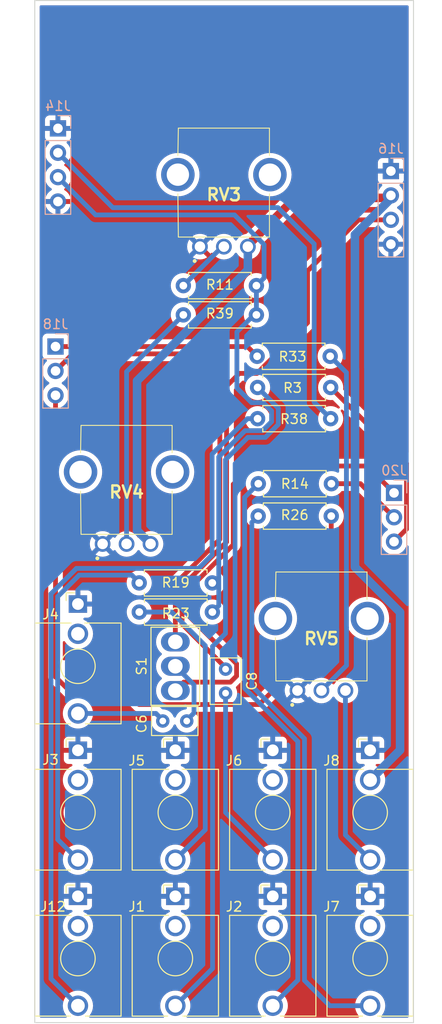
<source format=kicad_pcb>
(kicad_pcb (version 20211014) (generator pcbnew)
  (layers (0 "F.Cu" signal) (31 "B.Cu" signal) (34 "B.Paste" user) (35 "F.Paste" user) (36 "B.SilkS" user "B.Silkscreen") (37 "F.SilkS" user "F.Silkscreen") (38 "B.Mask" user) (39 "F.Mask" user) (44 "Edge.Cuts" user))
  (net 0 "")
  (net 1 "Net-(C6-Pad2)")
  (net 2 "/SYNC")
  (net 3 "/LINFM_IN")
  (net 4 "/LINFM")
  (net 6 "/TRI")
  (net 7 "GND")
  (net 9 "/SAW")
  (net 11 "/CV1")
  (net 14 "/CV2")
  (net 17 "/PULSE")
  (net 18 "+5VA")
  (net 19 "/PWM")
  (net 21 "/SIN")
  (net 22 "/SIN_RAW")
  (net 23 "/CV_NODE")
  (net 24 "/PWM_IN")
  (net 25 "/HARD_SYNC")
  (net 26 "/PULSE_RAW")
  (net 27 "/SOFT_SYNC")
  (net 28 "/SAW_RAW")
  (net 29 "/TRI_RAW")
  (net 30 "Net-(R11-Pad1)")
  (net 31 "Net-(R33-Pad1)")
  (net 32 "Net-(R39-Pad1)")
  (footprint "Connector_Audio:Jack_3.5mm_QingPu_WQP-PJ398SM_Vertical_CircularHoles" (layer "F.Cu") (at 50.22 93.376)
    (fp_text reference "J8" (at -4.03 1.08 180) (layer "F.SilkS"))
    (fp_text value "JACK_2P")
    (pad "S" thru_hole rect locked (at 0 0 180) (size 1.93 1.83) (drill 1.22) (layers *.Cu *.Mask) (net 7 "GND"))
    (pad "T" thru_hole circle locked (at 0 11.4 180) (size 2.13 2.13) (drill 1.43) (layers *.Cu *.Mask) (net 19 "/PWM"))
    (pad "TN" thru_hole circle locked (at 0 3.1 180) (size 2.13 2.13) (drill 1.42) (layers *.Cu *.Mask) (net 18 "+5VA"))
    (zone (net 0) (net_name "") (layer "F.Cu") (connect_pads (clearance 0)) (min_thickness 0.254)
      (keepout (tracks not_allowed) (vias not_allowed) (pads not_allowed) (copperpour not_allowed) (footprints not_allowed))
      (fill (thermal_gap 0.508) (thermal_bridge_width 0.508))
      (polygon (pts (xy 51.725141 99.856) (xy 51.70493 99.610171) (xy 51.644841 99.370945) (xy 51.546486 99.144744) (xy 51.412508 98.937645) (xy 51.246504 98.75521) (xy 51.052932 98.602336) (xy 50.836992 98.483131) (xy 50.604482 98.400794) (xy 50.361646 98.357539) (xy 50.115007 98.354525) (xy 49.871187 98.391835) (xy 49.636734 98.468466) (xy 49.417946 98.58236) (xy 49.220697 98.730458) (xy 49.050286 98.908784) (xy 48.911288 99.112548) (xy 48.807436 99.336278) (xy 48.741519 99.573965) (xy 48.715308 99.819226) (xy 48.729507 100.065475) (xy 48.783734 100.306099) (xy 48.876532 100.534634) (xy 49.005411 100.744945) (xy 49.166908 100.931382) (xy 49.356687 101.088939) (xy 49.56965 101.213385) (xy 49.800079 101.301377) (xy 50.041785 101.350553) (xy 50.288278 101.359592) (xy 50.532936 101.32825) (xy 50.769191 101.25737) (xy 50.990697 101.148856) (xy 51.191505 101.005621) (xy 51.366223 100.831512) (xy 51.510158 100.631205) (xy 51.619445 100.410079) (xy 51.691149 100.174074) (xy 51.723344 99.929526)))
    )
  )
  (footprint "Resistor_THT:R_Axial_DIN0207_L6.3mm_D2.5mm_P7.62mm_Horizontal" (layer "F.Cu") (at 26.13 75.934)
    (fp_text reference "R19" (at 3.81 -0.032) (layer "F.SilkS"))
    (fp_text value "100k")
    (pad "1" thru_hole circle (at 0 0) (size 1.6 1.6) (drill 0.8) (layers *.Cu *.Mask) (net 11 "/CV1"))
    (pad "2" thru_hole oval (at 7.62 0) (size 1.6 1.6) (drill 0.8) (layers *.Cu *.Mask) (net 23 "/CV_NODE"))
  )
  (footprint "Connector_Audio:Jack_3.5mm_QingPu_WQP-PJ398SM_Vertical_CircularHoles" (layer "F.Cu") (at 19.74 78.136)
    (fp_text reference "J4" (at -2.86 1.08 180) (layer "F.SilkS"))
    (fp_text value "JACK_2P")
    (pad "S" thru_hole rect locked (at 0 0 180) (size 1.93 1.83) (drill 1.22) (layers *.Cu *.Mask) (net 7 "GND"))
    (pad "T" thru_hole circle locked (at 0 11.4 180) (size 2.13 2.13) (drill 1.43) (layers *.Cu *.Mask) (net 2 "/SYNC"))
    (pad "TN" thru_hole circle locked (at 0 3.1 180) (size 2.13 2.13) (drill 1.42) (layers *.Cu *.Mask))
    (zone (net 0) (net_name "") (layer "F.Cu") (connect_pads (clearance 0)) (min_thickness 0.254)
      (keepout (tracks not_allowed) (vias not_allowed) (pads not_allowed) (copperpour not_allowed) (footprints not_allowed))
      (fill (thermal_gap 0.508) (thermal_bridge_width 0.508))
      (polygon (pts (xy 21.245141 84.616) (xy 21.22493 84.370171) (xy 21.164841 84.130945) (xy 21.066486 83.904744) (xy 20.932508 83.697645) (xy 20.766504 83.51521) (xy 20.572932 83.362336) (xy 20.356992 83.243131) (xy 20.124482 83.160794) (xy 19.881646 83.117539) (xy 19.635007 83.114525) (xy 19.391187 83.151835) (xy 19.156734 83.228466) (xy 18.937946 83.34236) (xy 18.740697 83.490458) (xy 18.570286 83.668784) (xy 18.431288 83.872548) (xy 18.327436 84.096278) (xy 18.261519 84.333965) (xy 18.235308 84.579226) (xy 18.249507 84.825475) (xy 18.303734 85.066099) (xy 18.396532 85.294634) (xy 18.525411 85.504945) (xy 18.686908 85.691382) (xy 18.876687 85.848939) (xy 19.08965 85.973385) (xy 19.320079 86.061377) (xy 19.561785 86.110553) (xy 19.808278 86.119592) (xy 20.052936 86.08825) (xy 20.289191 86.01737) (xy 20.510697 85.908856) (xy 20.711505 85.765621) (xy 20.886223 85.591512) (xy 21.030158 85.391205) (xy 21.139445 85.170079) (xy 21.211149 84.934074) (xy 21.243344 84.689526)))
    )
  )
  (footprint "Kicad Libraries:200MSP1T1B1M1RE" (layer "F.Cu") (at 29.9 84.616 90)
    (fp_text reference "S1" (at 0.002 -3.52 90 unlocked) (layer "F.SilkS"))
    (fp_text value "TS-01")
    (pad "1" thru_hole oval locked (at -2.54 0 270) (size 2 3) (drill 1.522) (layers *.Cu *.Mask) (net 27 "/SOFT_SYNC"))
    (pad "2" thru_hole oval locked (at 0 0 270) (size 2 3) (drill 1.522) (layers *.Cu *.Mask) (net 1 "Net-(C6-Pad2)"))
    (pad "3" thru_hole oval locked (at 2.54 0 270) (size 2 3) (drill 1.522) (layers *.Cu *.Mask) (net 25 "/HARD_SYNC"))
  )
  (footprint "SamacSys_Parts:RD901F4015R1B10K00DL1" (layer "F.Cu") (at 22.315 71.871)
    (fp_text reference "RV4" (at 2.5 -5.4) (layer "F.SilkS") (effects (font (size 1.27 1.27) (thickness 0.254))))
    (fp_text value "100k" hide)
    (pad "1" thru_hole circle locked (at 0 0) (size 1.65 1.65) (drill 1.1) (layers *.Cu *.Mask) (net 7 "GND"))
    (pad "2" thru_hole circle locked (at 2.5 0) (size 1.65 1.65) (drill 1.1) (layers *.Cu *.Mask) (net 32 "Net-(R39-Pad1)"))
    (pad "3" thru_hole circle locked (at 5 0) (size 1.65 1.65) (drill 1.1) (layers *.Cu *.Mask) (net 18 "+5VA"))
    (pad "MH1" thru_hole circle locked (at -2.3 -7.5) (size 3.495 3.495) (drill 2.33) (layers *.Cu *.Mask))
    (pad "MH2" thru_hole circle locked (at 7.3 -7.5) (size 3.495 3.495) (drill 2.33) (layers *.Cu *.Mask))
  )
  (footprint "Resistor_THT:R_Axial_DIN0207_L6.3mm_D2.5mm_P7.62mm_Horizontal" (layer "F.Cu") (at 38.555 65.596)
    (fp_text reference "R14" (at 3.81 0.018) (layer "F.SilkS"))
    (fp_text value "1k")
    (pad "1" thru_hole circle (at 0 0) (size 1.6 1.6) (drill 0.8) (layers *.Cu *.Mask) (net 9 "/SAW"))
    (pad "2" thru_hole oval (at 7.62 0) (size 1.6 1.6) (drill 0.8) (layers *.Cu *.Mask) (net 28 "/SAW_RAW"))
  )
  (footprint "Connector_Audio:Jack_3.5mm_QingPu_WQP-PJ398SM_Vertical_CircularHoles" (layer "F.Cu") (at 40.06 93.376)
    (fp_text reference "J6" (at -4.03 1.08 180) (layer "F.SilkS"))
    (fp_text value "JACK_2P")
    (pad "S" thru_hole rect locked (at 0 0 180) (size 1.93 1.83) (drill 1.22) (layers *.Cu *.Mask) (net 7 "GND"))
    (pad "T" thru_hole circle locked (at 0 11.4 180) (size 2.13 2.13) (drill 1.43) (layers *.Cu *.Mask) (net 4 "/LINFM"))
    (pad "TN" thru_hole circle locked (at 0 3.1 180) (size 2.13 2.13) (drill 1.42) (layers *.Cu *.Mask))
    (zone (net 0) (net_name "") (layer "F.Cu") (connect_pads (clearance 0)) (min_thickness 0.254)
      (keepout (tracks not_allowed) (vias not_allowed) (pads not_allowed) (copperpour not_allowed) (footprints not_allowed))
      (fill (thermal_gap 0.508) (thermal_bridge_width 0.508))
      (polygon (pts (xy 41.565141 99.856) (xy 41.54493 99.610171) (xy 41.484841 99.370945) (xy 41.386486 99.144744) (xy 41.252508 98.937645) (xy 41.086504 98.75521) (xy 40.892932 98.602336) (xy 40.676992 98.483131) (xy 40.444482 98.400794) (xy 40.201646 98.357539) (xy 39.955007 98.354525) (xy 39.711187 98.391835) (xy 39.476734 98.468466) (xy 39.257946 98.58236) (xy 39.060697 98.730458) (xy 38.890286 98.908784) (xy 38.751288 99.112548) (xy 38.647436 99.336278) (xy 38.581519 99.573965) (xy 38.555308 99.819226) (xy 38.569507 100.065475) (xy 38.623734 100.306099) (xy 38.716532 100.534634) (xy 38.845411 100.744945) (xy 39.006908 100.931382) (xy 39.196687 101.088939) (xy 39.40965 101.213385) (xy 39.640079 101.301377) (xy 39.881785 101.350553) (xy 40.128278 101.359592) (xy 40.372936 101.32825) (xy 40.609191 101.25737) (xy 40.830697 101.148856) (xy 41.031505 101.005621) (xy 41.206223 100.831512) (xy 41.350158 100.631205) (xy 41.459445 100.410079) (xy 41.531149 100.174074) (xy 41.563344 99.929526)))
    )
  )
  (footprint "Resistor_THT:R_Axial_DIN0207_L6.3mm_D2.5mm_P7.62mm_Horizontal" (layer "F.Cu") (at 30.734 44.958)
    (fp_text reference "R11" (at 3.81 -0.094) (layer "F.SilkS"))
    (fp_text value "47k")
    (pad "1" thru_hole circle (at 0 0) (size 1.6 1.6) (drill 0.8) (layers *.Cu *.Mask) (net 30 "Net-(R11-Pad1)"))
    (pad "2" thru_hole oval (at 7.62 0) (size 1.6 1.6) (drill 0.8) (layers *.Cu *.Mask) (net 23 "/CV_NODE"))
  )
  (footprint "Connector_Audio:Jack_3.5mm_QingPu_WQP-PJ398SM_Vertical_CircularHoles" (layer "F.Cu") (at 29.9 108.591)
    (fp_text reference "J1" (at -4.03 1.08 180) (layer "F.SilkS"))
    (fp_text value "JACK_2P")
    (pad "S" thru_hole rect locked (at 0 0 180) (size 1.93 1.83) (drill 1.22) (layers *.Cu *.Mask) (net 7 "GND"))
    (pad "T" thru_hole circle locked (at 0 11.4 180) (size 2.13 2.13) (drill 1.43) (layers *.Cu *.Mask) (net 6 "/TRI"))
    (pad "TN" thru_hole circle locked (at 0 3.1 180) (size 2.13 2.13) (drill 1.42) (layers *.Cu *.Mask))
    (zone (net 0) (net_name "") (layer "F.Cu") (connect_pads (clearance 0)) (min_thickness 0.254)
      (keepout (tracks not_allowed) (vias not_allowed) (pads not_allowed) (copperpour not_allowed) (footprints not_allowed))
      (fill (thermal_gap 0.508) (thermal_bridge_width 0.508))
      (polygon (pts (xy 31.405141 115.071) (xy 31.38493 114.825171) (xy 31.324841 114.585945) (xy 31.226486 114.359744) (xy 31.092508 114.152645) (xy 30.926504 113.97021) (xy 30.732932 113.817336) (xy 30.516992 113.698131) (xy 30.284482 113.615794) (xy 30.041646 113.572539) (xy 29.795007 113.569525) (xy 29.551187 113.606835) (xy 29.316734 113.683466) (xy 29.097946 113.79736) (xy 28.900697 113.945458) (xy 28.730286 114.123784) (xy 28.591288 114.327548) (xy 28.487436 114.551278) (xy 28.421519 114.788965) (xy 28.395308 115.034226) (xy 28.409507 115.280475) (xy 28.463734 115.521099) (xy 28.556532 115.749634) (xy 28.685411 115.959945) (xy 28.846908 116.146382) (xy 29.036687 116.303939) (xy 29.24965 116.428385) (xy 29.480079 116.516377) (xy 29.721785 116.565553) (xy 29.968278 116.574592) (xy 30.212936 116.54325) (xy 30.449191 116.47237) (xy 30.670697 116.363856) (xy 30.871505 116.220621) (xy 31.046223 116.046512) (xy 31.190158 115.846205) (xy 31.299445 115.625079) (xy 31.371149 115.389074) (xy 31.403344 115.144526)))
    )
  )
  (footprint "SamacSys_Parts:RD901F4015R1B10K00DL1" (layer "F.Cu") (at 32.465 40.896)
    (fp_text reference "RV3" (at 2.5 -5.4) (layer "F.SilkS") (effects (font (size 1.27 1.27) (thickness 0.254))))
    (fp_text value "10k" hide)
    (pad "1" thru_hole circle locked (at 0 0) (size 1.65 1.65) (drill 1.1) (layers *.Cu *.Mask) (net 7 "GND"))
    (pad "2" thru_hole circle locked (at 2.5 0) (size 1.65 1.65) (drill 1.1) (layers *.Cu *.Mask) (net 30 "Net-(R11-Pad1)"))
    (pad "3" thru_hole circle locked (at 5 0) (size 1.65 1.65) (drill 1.1) (layers *.Cu *.Mask) (net 18 "+5VA"))
    (pad "MH1" thru_hole circle locked (at -2.3 -7.5) (size 3.495 3.495) (drill 2.33) (layers *.Cu *.Mask))
    (pad "MH2" thru_hole circle locked (at 7.3 -7.5) (size 3.495 3.495) (drill 2.33) (layers *.Cu *.Mask))
  )
  (footprint "SamacSys_Parts:RD901F4015R1B10K00DL1" (layer "F.Cu") (at 42.64 87.146)
    (fp_text reference "RV5" (at 2.5 -5.4) (layer "F.SilkS") (effects (font (size 1.27 1.27) (thickness 0.254))))
    (fp_text value "100k" hide)
    (pad "1" thru_hole circle locked (at 0 0) (size 1.65 1.65) (drill 1.1) (layers *.Cu *.Mask) (net 7 "GND"))
    (pad "2" thru_hole circle locked (at 2.5 0) (size 1.65 1.65) (drill 1.1) (layers *.Cu *.Mask) (net 31 "Net-(R33-Pad1)"))
    (pad "3" thru_hole circle locked (at 5 0) (size 1.65 1.65) (drill 1.1) (layers *.Cu *.Mask) (net 19 "/PWM"))
    (pad "MH1" thru_hole circle locked (at -2.3 -7.5) (size 3.495 3.495) (drill 2.33) (layers *.Cu *.Mask))
    (pad "MH2" thru_hole circle locked (at 7.3 -7.5) (size 3.495 3.495) (drill 2.33) (layers *.Cu *.Mask))
  )
  (footprint "Connector_Audio:Jack_3.5mm_QingPu_WQP-PJ398SM_Vertical_CircularHoles" (layer "F.Cu") (at 19.74 108.591)
    (fp_text reference "J12" (at -2.61 1.08 180) (layer "F.SilkS"))
    (fp_text value "JACK_2P")
    (pad "S" thru_hole rect locked (at 0 0 180) (size 1.93 1.83) (drill 1.22) (layers *.Cu *.Mask) (net 7 "GND"))
    (pad "T" thru_hole circle locked (at 0 11.4 180) (size 2.13 2.13) (drill 1.43) (layers *.Cu *.Mask) (net 21 "/SIN"))
    (pad "TN" thru_hole circle locked (at 0 3.1 180) (size 2.13 2.13) (drill 1.42) (layers *.Cu *.Mask))
    (zone (net 0) (net_name "") (layer "F.Cu") (connect_pads (clearance 0)) (min_thickness 0.254)
      (keepout (tracks not_allowed) (vias not_allowed) (pads not_allowed) (copperpour not_allowed) (footprints not_allowed))
      (fill (thermal_gap 0.508) (thermal_bridge_width 0.508))
      (polygon (pts (xy 21.245141 115.071) (xy 21.22493 114.825171) (xy 21.164841 114.585945) (xy 21.066486 114.359744) (xy 20.932508 114.152645) (xy 20.766504 113.97021) (xy 20.572932 113.817336) (xy 20.356992 113.698131) (xy 20.124482 113.615794) (xy 19.881646 113.572539) (xy 19.635007 113.569525) (xy 19.391187 113.606835) (xy 19.156734 113.683466) (xy 18.937946 113.79736) (xy 18.740697 113.945458) (xy 18.570286 114.123784) (xy 18.431288 114.327548) (xy 18.327436 114.551278) (xy 18.261519 114.788965) (xy 18.235308 115.034226) (xy 18.249507 115.280475) (xy 18.303734 115.521099) (xy 18.396532 115.749634) (xy 18.525411 115.959945) (xy 18.686908 116.146382) (xy 18.876687 116.303939) (xy 19.08965 116.428385) (xy 19.320079 116.516377) (xy 19.561785 116.565553) (xy 19.808278 116.574592) (xy 20.052936 116.54325) (xy 20.289191 116.47237) (xy 20.510697 116.363856) (xy 20.711505 116.220621) (xy 20.886223 116.046512) (xy 21.030158 115.846205) (xy 21.139445 115.625079) (xy 21.211149 115.389074) (xy 21.243344 115.144526)))
    )
  )
  (footprint "Connector_Audio:Jack_3.5mm_QingPu_WQP-PJ398SM_Vertical_CircularHoles" (layer "F.Cu") (at 40.06 108.591)
    (fp_text reference "J2" (at -4.03 1.08 180) (layer "F.SilkS"))
    (fp_text value "JACK_2P")
    (pad "S" thru_hole rect locked (at 0 0 180) (size 1.93 1.83) (drill 1.22) (layers *.Cu *.Mask) (net 7 "GND"))
    (pad "T" thru_hole circle locked (at 0 11.4 180) (size 2.13 2.13) (drill 1.43) (layers *.Cu *.Mask) (net 9 "/SAW"))
    (pad "TN" thru_hole circle locked (at 0 3.1 180) (size 2.13 2.13) (drill 1.42) (layers *.Cu *.Mask))
    (zone (net 0) (net_name "") (layer "F.Cu") (connect_pads (clearance 0)) (min_thickness 0.254)
      (keepout (tracks not_allowed) (vias not_allowed) (pads not_allowed) (copperpour not_allowed) (footprints not_allowed))
      (fill (thermal_gap 0.508) (thermal_bridge_width 0.508))
      (polygon (pts (xy 41.565141 115.071) (xy 41.54493 114.825171) (xy 41.484841 114.585945) (xy 41.386486 114.359744) (xy 41.252508 114.152645) (xy 41.086504 113.97021) (xy 40.892932 113.817336) (xy 40.676992 113.698131) (xy 40.444482 113.615794) (xy 40.201646 113.572539) (xy 39.955007 113.569525) (xy 39.711187 113.606835) (xy 39.476734 113.683466) (xy 39.257946 113.79736) (xy 39.060697 113.945458) (xy 38.890286 114.123784) (xy 38.751288 114.327548) (xy 38.647436 114.551278) (xy 38.581519 114.788965) (xy 38.555308 115.034226) (xy 38.569507 115.280475) (xy 38.623734 115.521099) (xy 38.716532 115.749634) (xy 38.845411 115.959945) (xy 39.006908 116.146382) (xy 39.196687 116.303939) (xy 39.40965 116.428385) (xy 39.640079 116.516377) (xy 39.881785 116.565553) (xy 40.128278 116.574592) (xy 40.372936 116.54325) (xy 40.609191 116.47237) (xy 40.830697 116.363856) (xy 41.031505 116.220621) (xy 41.206223 116.046512) (xy 41.350158 115.846205) (xy 41.459445 115.625079) (xy 41.531149 115.389074) (xy 41.563344 115.144526)))
    )
  )
  (footprint "Connector_Audio:Jack_3.5mm_QingPu_WQP-PJ398SM_Vertical_CircularHoles" (layer "F.Cu") (at 19.74 93.376)
    (fp_text reference "J3" (at -2.86 0.988) (layer "F.SilkS"))
    (fp_text value "JACK_2P")
    (pad "S" thru_hole rect locked (at 0 0 180) (size 1.93 1.83) (drill 1.22) (layers *.Cu *.Mask) (net 7 "GND"))
    (pad "T" thru_hole circle locked (at 0 11.4 180) (size 2.13 2.13) (drill 1.43) (layers *.Cu *.Mask) (net 11 "/CV1"))
    (pad "TN" thru_hole circle locked (at 0 3.1 180) (size 2.13 2.13) (drill 1.42) (layers *.Cu *.Mask))
    (zone (net 0) (net_name "") (layer "F.Cu") (connect_pads (clearance 0)) (min_thickness 0.254)
      (keepout (tracks not_allowed) (vias not_allowed) (pads not_allowed) (copperpour not_allowed) (footprints not_allowed))
      (fill (thermal_gap 0.508) (thermal_bridge_width 0.508))
      (polygon (pts (xy 21.245141 99.856) (xy 21.22493 99.610171) (xy 21.164841 99.370945) (xy 21.066486 99.144744) (xy 20.932508 98.937645) (xy 20.766504 98.75521) (xy 20.572932 98.602336) (xy 20.356992 98.483131) (xy 20.124482 98.400794) (xy 19.881646 98.357539) (xy 19.635007 98.354525) (xy 19.391187 98.391835) (xy 19.156734 98.468466) (xy 18.937946 98.58236) (xy 18.740697 98.730458) (xy 18.570286 98.908784) (xy 18.431288 99.112548) (xy 18.327436 99.336278) (xy 18.261519 99.573965) (xy 18.235308 99.819226) (xy 18.249507 100.065475) (xy 18.303734 100.306099) (xy 18.396532 100.534634) (xy 18.525411 100.744945) (xy 18.686908 100.931382) (xy 18.876687 101.088939) (xy 19.08965 101.213385) (xy 19.320079 101.301377) (xy 19.561785 101.350553) (xy 19.808278 101.359592) (xy 20.052936 101.32825) (xy 20.289191 101.25737) (xy 20.510697 101.148856) (xy 20.711505 101.005621) (xy 20.886223 100.831512) (xy 21.030158 100.631205) (xy 21.139445 100.410079) (xy 21.211149 100.174074) (xy 21.243344 99.929526)))
    )
  )
  (footprint "Resistor_THT:R_Axial_DIN0207_L6.3mm_D2.5mm_P7.62mm_Horizontal" (layer "F.Cu") (at 38.48 55.571)
    (fp_text reference "R3" (at 3.65 0.043) (layer "F.SilkS"))
    (fp_text value "1k")
    (pad "1" thru_hole circle (at 0 0) (size 1.6 1.6) (drill 0.8) (layers *.Cu *.Mask) (net 6 "/TRI"))
    (pad "2" thru_hole oval (at 7.62 0) (size 1.6 1.6) (drill 0.8) (layers *.Cu *.Mask) (net 29 "/TRI_RAW"))
  )
  (footprint "Capacitor_THT:C_Rect_L4.6mm_W3.0mm_P2.50mm_MKS02_FKP02" (layer "F.Cu") (at 28.59 90.324)
    (fp_text reference "C6" (at -2.21 0.29 90) (layer "F.SilkS"))
    (fp_text value "10n")
    (pad "1" thru_hole circle (at 0 0) (size 1.4 1.4) (drill 0.7) (layers *.Cu *.Mask) (net 2 "/SYNC"))
    (pad "2" thru_hole circle (at 2.5 0) (size 1.4 1.4) (drill 0.7) (layers *.Cu *.Mask) (net 1 "Net-(C6-Pad2)"))
  )
  (footprint "Resistor_THT:R_Axial_DIN0207_L6.3mm_D2.5mm_P7.62mm_Horizontal" (layer "F.Cu") (at 38.54 68.971)
    (fp_text reference "R26" (at 3.81 -0.107) (layer "F.SilkS"))
    (fp_text value "1k")
    (pad "1" thru_hole circle (at 0 0) (size 1.6 1.6) (drill 0.8) (layers *.Cu *.Mask) (net 17 "/PULSE"))
    (pad "2" thru_hole oval (at 7.62 0) (size 1.6 1.6) (drill 0.8) (layers *.Cu *.Mask) (net 26 "/PULSE_RAW"))
  )
  (footprint "Connector_Audio:Jack_3.5mm_QingPu_WQP-PJ398SM_Vertical_CircularHoles" (layer "F.Cu") (at 29.9 93.376)
    (fp_text reference "J5" (at -4.03 1.08 180) (layer "F.SilkS"))
    (fp_text value "JACK_2P")
    (pad "S" thru_hole rect locked (at 0 0 180) (size 1.93 1.83) (drill 1.22) (layers *.Cu *.Mask) (net 7 "GND"))
    (pad "T" thru_hole circle locked (at 0 11.4 180) (size 2.13 2.13) (drill 1.43) (layers *.Cu *.Mask) (net 14 "/CV2"))
    (pad "TN" thru_hole circle locked (at 0 3.1 180) (size 2.13 2.13) (drill 1.42) (layers *.Cu *.Mask))
    (zone (net 0) (net_name "") (layer "F.Cu") (connect_pads (clearance 0)) (min_thickness 0.254)
      (keepout (tracks not_allowed) (vias not_allowed) (pads not_allowed) (copperpour not_allowed) (footprints not_allowed))
      (fill (thermal_gap 0.508) (thermal_bridge_width 0.508))
      (polygon (pts (xy 31.405141 99.856) (xy 31.38493 99.610171) (xy 31.324841 99.370945) (xy 31.226486 99.144744) (xy 31.092508 98.937645) (xy 30.926504 98.75521) (xy 30.732932 98.602336) (xy 30.516992 98.483131) (xy 30.284482 98.400794) (xy 30.041646 98.357539) (xy 29.795007 98.354525) (xy 29.551187 98.391835) (xy 29.316734 98.468466) (xy 29.097946 98.58236) (xy 28.900697 98.730458) (xy 28.730286 98.908784) (xy 28.591288 99.112548) (xy 28.487436 99.336278) (xy 28.421519 99.573965) (xy 28.395308 99.819226) (xy 28.409507 100.065475) (xy 28.463734 100.306099) (xy 28.556532 100.534634) (xy 28.685411 100.744945) (xy 28.846908 100.931382) (xy 29.036687 101.088939) (xy 29.24965 101.213385) (xy 29.480079 101.301377) (xy 29.721785 101.350553) (xy 29.968278 101.359592) (xy 30.212936 101.32825) (xy 30.449191 101.25737) (xy 30.670697 101.148856) (xy 30.871505 101.005621) (xy 31.046223 100.831512) (xy 31.190158 100.631205) (xy 31.299445 100.410079) (xy 31.371149 100.174074) (xy 31.403344 99.929526)))
    )
  )
  (footprint "Capacitor_THT:C_Rect_L4.6mm_W3.0mm_P2.50mm_MKS02_FKP02" (layer "F.Cu") (at 35.14 87.421 90)
    (fp_text reference "C8" (at 1.25 2.74 90) (layer "F.SilkS"))
    (fp_text value "10n")
    (pad "1" thru_hole circle (at 0 0 90) (size 1.4 1.4) (drill 0.7) (layers *.Cu *.Mask) (net 4 "/LINFM"))
    (pad "2" thru_hole circle (at 2.5 0 90) (size 1.4 1.4) (drill 0.7) (layers *.Cu *.Mask) (net 3 "/LINFM_IN"))
  )
  (footprint "Resistor_THT:R_Axial_DIN0207_L6.3mm_D2.5mm_P7.62mm_Horizontal" (layer "F.Cu") (at 26.14 78.971)
    (fp_text reference "R23" (at 3.81 0.143) (layer "F.SilkS"))
    (fp_text value "100k")
    (pad "1" thru_hole circle (at 0 0) (size 1.6 1.6) (drill 0.8) (layers *.Cu *.Mask) (net 14 "/CV2"))
    (pad "2" thru_hole oval (at 7.62 0) (size 1.6 1.6) (drill 0.8) (layers *.Cu *.Mask) (net 23 "/CV_NODE"))
  )
  (footprint "Resistor_THT:R_Axial_DIN0207_L6.3mm_D2.5mm_P7.62mm_Horizontal" (layer "F.Cu") (at 30.734 48.006)
    (fp_text reference "R39" (at 3.81 -0.142) (layer "F.SilkS"))
    (fp_text value "1.5M")
    (pad "1" thru_hole circle (at 0 0) (size 1.6 1.6) (drill 0.8) (layers *.Cu *.Mask) (net 32 "Net-(R39-Pad1)"))
    (pad "2" thru_hole oval (at 7.62 0) (size 1.6 1.6) (drill 0.8) (layers *.Cu *.Mask) (net 23 "/CV_NODE"))
  )
  (footprint "Resistor_THT:R_Axial_DIN0207_L6.3mm_D2.5mm_P7.62mm_Horizontal" (layer "F.Cu") (at 38.48 58.821)
    (fp_text reference "R38" (at 3.81 0.043) (layer "F.SilkS"))
    (fp_text value "1k")
    (pad "1" thru_hole circle (at 0 0) (size 1.6 1.6) (drill 0.8) (layers *.Cu *.Mask) (net 21 "/SIN"))
    (pad "2" thru_hole oval (at 7.62 0) (size 1.6 1.6) (drill 0.8) (layers *.Cu *.Mask) (net 22 "/SIN_RAW"))
  )
  (footprint "Connector_Audio:Jack_3.5mm_QingPu_WQP-PJ398SM_Vertical_CircularHoles" (layer "F.Cu") (at 50.22 108.591)
    (fp_text reference "J7" (at -4.03 1.08 180) (layer "F.SilkS"))
    (fp_text value "JACK_2P")
    (pad "S" thru_hole rect locked (at 0 0 180) (size 1.93 1.83) (drill 1.22) (layers *.Cu *.Mask) (net 7 "GND"))
    (pad "T" thru_hole circle locked (at 0 11.4 180) (size 2.13 2.13) (drill 1.43) (layers *.Cu *.Mask) (net 17 "/PULSE"))
    (pad "TN" thru_hole circle locked (at 0 3.1 180) (size 2.13 2.13) (drill 1.42) (layers *.Cu *.Mask))
    (zone (net 0) (net_name "") (layer "F.Cu") (connect_pads (clearance 0)) (min_thickness 0.254)
      (keepout (tracks not_allowed) (vias not_allowed) (pads not_allowed) (copperpour not_allowed) (footprints not_allowed))
      (fill (thermal_gap 0.508) (thermal_bridge_width 0.508))
      (polygon (pts (xy 51.725141 115.071) (xy 51.70493 114.825171) (xy 51.644841 114.585945) (xy 51.546486 114.359744) (xy 51.412508 114.152645) (xy 51.246504 113.97021) (xy 51.052932 113.817336) (xy 50.836992 113.698131) (xy 50.604482 113.615794) (xy 50.361646 113.572539) (xy 50.115007 113.569525) (xy 49.871187 113.606835) (xy 49.636734 113.683466) (xy 49.417946 113.79736) (xy 49.220697 113.945458) (xy 49.050286 114.123784) (xy 48.911288 114.327548) (xy 48.807436 114.551278) (xy 48.741519 114.788965) (xy 48.715308 115.034226) (xy 48.729507 115.280475) (xy 48.783734 115.521099) (xy 48.876532 115.749634) (xy 49.005411 115.959945) (xy 49.166908 116.146382) (xy 49.356687 116.303939) (xy 49.56965 116.428385) (xy 49.800079 116.516377) (xy 50.041785 116.565553) (xy 50.288278 116.574592) (xy 50.532936 116.54325) (xy 50.769191 116.47237) (xy 50.990697 116.363856) (xy 51.191505 116.220621) (xy 51.366223 116.046512) (xy 51.510158 115.846205) (xy 51.619445 115.625079) (xy 51.691149 115.389074) (xy 51.723344 115.144526)))
    )
  )
  (footprint "Resistor_THT:R_Axial_DIN0207_L6.3mm_D2.5mm_P7.62mm_Horizontal" (layer "F.Cu") (at 46.05 52.321 180)
    (fp_text reference "R33" (at 3.92 -0.043) (layer "F.SilkS"))
    (fp_text value "100k")
    (pad "1" thru_hole circle (at 0 0 180) (size 1.6 1.6) (drill 0.8) (layers *.Cu *.Mask) (net 31 "Net-(R33-Pad1)"))
    (pad "2" thru_hole oval (at 7.62 0 180) (size 1.6 1.6) (drill 0.8) (layers *.Cu *.Mask) (net 24 "/PWM_IN"))
  )
  (footprint "Connector_PinHeader_2.54mm:PinHeader_1x04_P2.54mm_Vertical" (layer "B.Cu") (at 17.658 28.574 180)
    (fp_text reference "J14" (at 0 2.33) (layer "B.SilkS") (effects (justify mirror)))
    (fp_text value "Top Left(M)")
    (pad "1" thru_hole rect (at 0 0 180) (size 1.7 1.7) (drill 1) (layers *.Cu *.Mask) (net 7 "GND"))
    (pad "2" thru_hole oval (at 0 -2.54 180) (size 1.7 1.7) (drill 1) (layers *.Cu *.Mask) (net 22 "/SIN_RAW"))
    (pad "3" thru_hole oval (at 0 -5.08 180) (size 1.7 1.7) (drill 1) (layers *.Cu *.Mask) (net 23 "/CV_NODE"))
    (pad "4" thru_hole oval (at 0 -7.62 180) (size 1.7 1.7) (drill 1) (layers *.Cu *.Mask) (net 7 "GND"))
  )
  (footprint "Connector_PinHeader_2.54mm:PinHeader_1x03_P2.54mm_Vertical" (layer "B.Cu") (at 52.71 66.554 180)
    (fp_text reference "J20" (at 0 2.33) (layer "B.SilkS") (effects (justify mirror)))
    (fp_text value "Bottom Right(M)")
    (pad "1" thru_hole rect (at 0 0 180) (size 1.7 1.7) (drill 1) (layers *.Cu *.Mask) (net 27 "/SOFT_SYNC"))
    (pad "2" thru_hole oval (at 0 -2.54 180) (size 1.7 1.7) (drill 1) (layers *.Cu *.Mask) (net 28 "/SAW_RAW"))
    (pad "3" thru_hole oval (at 0 -5.08 180) (size 1.7 1.7) (drill 1) (layers *.Cu *.Mask) (net 29 "/TRI_RAW"))
  )
  (footprint "Connector_PinHeader_2.54mm:PinHeader_1x03_P2.54mm_Vertical" (layer "B.Cu") (at 17.404 51.308 180)
    (fp_text reference "J18" (at 0 2.33) (layer "B.SilkS") (effects (justify mirror)))
    (fp_text value "Bottom Left(M)")
    (pad "1" thru_hole rect (at 0 0 180) (size 1.7 1.7) (drill 1) (layers *.Cu *.Mask) (net 24 "/PWM_IN"))
    (pad "2" thru_hole oval (at 0 -2.54 180) (size 1.7 1.7) (drill 1) (layers *.Cu *.Mask) (net 25 "/HARD_SYNC"))
    (pad "3" thru_hole oval (at 0 -5.08 180) (size 1.7 1.7) (drill 1) (layers *.Cu *.Mask) (net 26 "/PULSE_RAW"))
  )
  (footprint "Connector_PinHeader_2.54mm:PinHeader_1x04_P2.54mm_Vertical" (layer "B.Cu") (at 52.38 33.02 180)
    (fp_text reference "J16" (at 0 2.33) (layer "B.SilkS") (effects (justify mirror)))
    (fp_text value "Top Right (M)")
    (pad "1" thru_hole rect (at 0 0 180) (size 1.7 1.7) (drill 1) (layers *.Cu *.Mask) (net 7 "GND"))
    (pad "2" thru_hole oval (at 0 -2.54 180) (size 1.7 1.7) (drill 1) (layers *.Cu *.Mask) (net 18 "+5VA"))
    (pad "3" thru_hole oval (at 0 -5.08 180) (size 1.7 1.7) (drill 1) (layers *.Cu *.Mask) (net 3 "/LINFM_IN"))
    (pad "4" thru_hole oval (at 0 -7.62 180) (size 1.7 1.7) (drill 1) (layers *.Cu *.Mask) (net 7 "GND"))
  )
  (gr_rect (start 15.24 15.246) (end 54.74 121.746) (layer "Edge.Cuts") (width 0.1) (fill none))
  (segment (start 29.90993 84.616) (end 31.84952 86.55559) (width 0.5) (layer "B.Cu") (net 1))
  (segment (start 31.84952 86.55559) (end 31.84952 89.48648) (width 0.5) (layer "B.Cu") (net 1))
  (segment (start 31.84952 89.48648) (end 31.09 90.246) (width 0.5) (layer "B.Cu") (net 1))
  (segment (start 29.9 84.616) (end 29.90993 84.616) (width 0.5) (layer "B.Cu") (net 1))
  (segment (start 27.88 89.536) (end 28.59 90.246) (width 0.5) (layer "B.Cu") (net 2))
  (segment (start 19.74 89.536) (end 27.88 89.536) (width 0.5) (layer "B.Cu") (net 2))
  (segment (start 38.416076 54.102) (end 43.688 48.830076) (width 0.5) (layer "F.Cu") (net 3))
  (segment (start 35.14 84.921) (end 35.14 84.76607) (width 0.5) (layer "F.Cu") (net 3))
  (segment (start 49.016 38.106) (end 52.71 38.106) (width 0.5) (layer "F.Cu") (net 3))
  (segment (start 30.59952 76.30775) (end 35.24352 71.66375) (width 0.5) (layer "F.Cu") (net 3))
  (segment (start 36.576 54.102) (end 38.416076 54.102) (width 0.5) (layer "F.Cu") (net 3))
  (segment (start 35.14 84.76607) (end 30.59952 80.22559) (width 0.5) (layer "F.Cu") (net 3))
  (segment (start 35.24352 55.43448) (end 36.576 54.102) (width 0.5) (layer "F.Cu") (net 3))
  (segment (start 43.688 43.434) (end 49.016 38.106) (width 0.5) (layer "F.Cu") (net 3))
  (segment (start 43.688 48.830076) (end 43.688 43.434) (width 0.5) (layer "F.Cu") (net 3))
  (segment (start 30.59952 80.22559) (end 30.59952 76.30775) (width 0.5) (layer "F.Cu") (net 3))
  (segment (start 35.24352 71.66375) (end 35.24352 55.43448) (width 0.5) (layer "F.Cu") (net 3))
  (segment (start 35.14 87.421) (end 35.14 99.856) (width 0.5) (layer "B.Cu") (net 4))
  (segment (start 35.14 99.856) (end 40.06 104.776) (width 0.5) (layer "B.Cu") (net 4))
  (segment (start 39.287315 60.770031) (end 40.639999 59.417347) (width 0.5) (layer "B.Cu") (net 6))
  (segment (start 33.782 116.109) (end 33.782 82.55) (width 0.5) (layer "B.Cu") (net 6))
  (segment (start 37.463239 60.770031) (end 39.287315 60.770031) (width 0.5) (layer "B.Cu") (net 6))
  (segment (start 35.13 63.10327) (end 37.463239 60.770031) (width 0.5) (layer "B.Cu") (net 6))
  (segment (start 29.9 119.991) (end 33.782 116.109) (width 0.5) (layer "B.Cu") (net 6))
  (segment (start 33.782 82.55) (end 35.13 81.202) (width 0.5) (layer "B.Cu") (net 6))
  (segment (start 35.13 81.202) (end 35.13 63.10327) (width 0.5) (layer "B.Cu") (net 6))
  (segment (start 40.639999 59.417347) (end 40.64 57.731) (width 0.5) (layer "B.Cu") (net 6))
  (segment (start 40.64 57.731) (end 38.48 55.571) (width 0.5) (layer "B.Cu") (net 6))
  (segment (start 40.06 119.934) (end 42.672 117.322) (width 0.5) (layer "B.Cu") (net 9))
  (segment (start 37.13 67.01275) (end 38.54675 65.596) (width 0.5) (layer "B.Cu") (net 9))
  (segment (start 40.06 119.991) (end 40.06 119.934) (width 0.5) (layer "B.Cu") (net 9))
  (segment (start 42.672 92.456) (end 37.13 86.914) (width 0.5) (layer "B.Cu") (net 9))
  (segment (start 38.54675 65.596) (end 38.555 65.596) (width 0.5) (layer "B.Cu") (net 9))
  (segment (start 42.672 117.322) (end 42.672 92.456) (width 0.5) (layer "B.Cu") (net 9))
  (segment (start 37.13 86.914) (end 37.13 67.01275) (width 0.5) (layer "B.Cu") (net 9))
  (segment (start 17.63 102.666) (end 19.74 104.776) (width 0.5) (layer "B.Cu") (net 11))
  (segment (start 26.14 75.896) (end 25.36552 75.12152) (width 0.5) (layer "B.Cu") (net 11))
  (segment (start 19.87248 75.12152) (end 17.63 77.364) (width 0.5) (layer "B.Cu") (net 11))
  (segment (start 25.36552 75.12152) (end 19.87248 75.12152) (width 0.5) (layer "B.Cu") (net 11))
  (segment (start 17.63 77.364) (end 17.63 102.666) (width 0.5) (layer "B.Cu") (net 11))
  (segment (start 33.02 101.656) (end 33.02 82.471035) (width 0.5) (layer "B.Cu") (net 14))
  (segment (start 33.02 82.471035) (end 29.519965 78.971) (width 0.5) (layer "B.Cu") (net 14))
  (segment (start 29.519965 78.971) (end 26.14 78.971) (width 0.5) (layer "B.Cu") (net 14))
  (segment (start 29.9 104.776) (end 33.02 101.656) (width 0.5) (layer "B.Cu") (net 14))
  (segment (start 46.007 119.991) (end 43.37152 117.35552) (width 0.5) (layer "B.Cu") (net 17))
  (segment (start 43.37152 117.35552) (end 43.37152 92.16625) (width 0.5) (layer "B.Cu") (net 17))
  (segment (start 37.88 69.631) (end 38.54 68.971) (width 0.5) (layer "B.Cu") (net 17))
  (segment (start 43.37152 92.16625) (end 37.88 86.67473) (width 0.5) (layer "B.Cu") (net 17))
  (segment (start 37.88 86.67473) (end 37.88 69.631) (width 0.5) (layer "B.Cu") (net 17))
  (segment (start 50.22 119.991) (end 46.007 119.991) (width 0.5) (layer "B.Cu") (net 17))
  (segment (start 37.465 40.767) (end 37.465 40.896) (width 0.89) (layer "F.Cu") (net 18))
  (segment (start 52.487989 35.788011) (end 52.462 35.814) (width 0.89) (layer "F.Cu") (net 18))
  (segment (start 52.462 35.814) (end 42.418 35.814) (width 0.89) (layer "F.Cu") (net 18))
  (segment (start 42.418 35.814) (end 37.465 40.767) (width 0.89) (layer "F.Cu") (net 18))
  (segment (start 48.63 53.635958) (end 48.637509 53.643467) (width 0.89) (layer "B.Cu") (net 18))
  (segment (start 25.908 70.464) (end 27.315 71.871) (width 0.89) (layer "B.Cu") (net 18))
  (segment (start 53.34 78.994) (end 53.34 93.356) (width 0.89) (layer "B.Cu") (net 18))
  (segment (start 52.71 35.566) (end 48.63 39.646) (width 0.89) (layer "B.Cu") (net 18))
  (segment (start 37.465 43.317848) (end 25.908 54.874848) (width 0.89) (layer "B.Cu") (net 18))
  (segment (start 48.63 39.646) (end 48.63 53.635958) (width 0.89) (layer "B.Cu") (net 18))
  (segment (start 53.34 93.356) (end 50.22 96.476) (width 0.89) (layer "B.Cu") (net 18))
  (segment (start 48.637509 74.291509) (end 53.34 78.994) (width 0.89) (layer "B.Cu") (net 18))
  (segment (start 37.465 40.896) (end 37.465 43.317848) (width 0.89) (layer "B.Cu") (net 18))
  (segment (start 25.908 54.874848) (end 25.908 70.464) (width 0.89) (layer "B.Cu") (net 18))
  (segment (start 48.637509 53.643467) (end 48.637509 74.291509) (width 0.89) (layer "B.Cu") (net 18))
  (segment (start 50.22 104.776) (end 47.64 102.196) (width 0.5) (layer "B.Cu") (net 19))
  (segment (start 47.64 102.196) (end 47.64 87.146) (width 0.5) (layer "B.Cu") (net 19))
  (segment (start 32.322 74.422) (end 33.73096 73.01304) (width 0.5) (layer "B.Cu") (net 21))
  (segment (start 16.93048 117.18148) (end 16.93048 77.07425) (width 0.5) (layer "B.Cu") (net 21))
  (segment (start 19.74 119.991) (end 16.93048 117.18148) (width 0.5) (layer "B.Cu") (net 21))
  (segment (start 19.58273 74.422) (end 32.322 74.422) (width 0.5) (layer "B.Cu") (net 21))
  (segment (start 16.93048 77.07425) (end 19.58273 74.422) (width 0.5) (layer "B.Cu") (net 21))
  (segment (start 37.423 58.821) (end 38.48 58.821) (width 0.5) (layer "B.Cu") (net 21))
  (segment (start 33.73096 73.01304) (end 33.73096 62.51304) (width 0.5) (layer "B.Cu") (net 21))
  (segment (start 33.73096 62.51304) (end 37.423 58.821) (width 0.5) (layer "B.Cu") (net 21))
  (segment (start 23.374 36.83) (end 17.658 31.114) (width 0.5) (layer "B.Cu") (net 22))
  (segment (start 44.38 40.614) (end 40.596 36.83) (width 0.5) (layer "B.Cu") (net 22))
  (segment (start 40.596 36.83) (end 23.374 36.83) (width 0.5) (layer "B.Cu") (net 22))
  (segment (start 46.1 58.821) (end 44.38 57.101) (width 0.5) (layer "B.Cu") (net 22))
  (segment (start 44.38 57.101) (end 44.38 40.614) (width 0.5) (layer "B.Cu") (net 22))
  (segment (start 21.59 37.592) (end 17.658 33.66) (width 0.5) (layer "B.Cu") (net 23))
  (segment (start 39.94048 58.02075) (end 39.94048 59.127596) (width 0.5) (layer "B.Cu") (net 23))
  (segment (start 38.1 48.006) (end 36.322 49.784) (width 0.5) (layer "B.Cu") (net 23))
  (segment (start 39.153999 40.677999) (end 36.068 37.592) (width 0.5) (layer "B.Cu") (net 23))
  (segment (start 39.153999 44.158001) (end 39.153999 40.677999) (width 0.5) (layer "B.Cu") (net 23))
  (segment (start 36.068 37.592) (end 21.59 37.592) (width 0.5) (layer "B.Cu") (net 23))
  (segment (start 38.354 48.006) (end 38.1 48.006) (width 0.5) (layer "B.Cu") (net 23))
  (segment (start 36.322 49.784) (end 36.322 55.626) (width 0.5) (layer "B.Cu") (net 23))
  (segment (start 38.354 44.958) (end 38.354 48.006) (width 0.5) (layer "B.Cu") (net 23))
  (segment (start 17.658 33.66) (end 17.658 33.654) (width 0.5) (layer "B.Cu") (net 23))
  (segment (start 37.173489 60.070511) (end 34.43048 62.81352) (width 0.5) (layer "B.Cu") (net 23))
  (segment (start 34.43048 78.30052) (end 33.76 78.971) (width 0.5) (layer "B.Cu") (net 23))
  (segment (start 38.997565 60.070511) (end 37.173489 60.070511) (width 0.5) (layer "B.Cu") (net 23))
  (segment (start 39.06973 57.15) (end 39.94048 58.02075) (width 0.5) (layer "B.Cu") (net 23))
  (segment (start 36.322 55.626) (end 37.846 57.15) (width 0.5) (layer "B.Cu") (net 23))
  (segment (start 38.354 44.958) (end 39.153999 44.158001) (width 0.5) (layer "B.Cu") (net 23))
  (segment (start 37.846 57.15) (end 39.06973 57.15) (width 0.5) (layer "B.Cu") (net 23))
  (segment (start 39.94048 59.127596) (end 38.997565 60.070511) (width 0.5) (layer "B.Cu") (net 23))
  (segment (start 34.43048 62.81352) (end 34.43048 78.30052) (width 0.5) (layer "B.Cu") (net 23))
  (segment (start 17.41 51.308) (end 17.404 51.314) (width 0.5) (layer "F.Cu") (net 24))
  (segment (start 38.43 52.321) (end 37.417 51.308) (width 0.5) (layer "F.Cu") (net 24))
  (segment (start 37.417 51.308) (end 17.41 51.308) (width 0.5) (layer "F.Cu") (net 24))
  (segment (start 34.544 54.356) (end 34.544 71.374) (width 0.5) (layer "F.Cu") (net 25))
  (segment (start 29.9 76.018) (end 29.9 82.076) (width 0.5) (layer "F.Cu") (net 25))
  (segment (start 32.258 52.07) (end 34.544 54.356) (width 0.5) (layer "F.Cu") (net 25))
  (segment (start 34.544 71.374) (end 29.9 76.018) (width 0.5) (layer "F.Cu") (net 25))
  (segment (start 19.188 52.07) (end 32.258 52.07) (width 0.5) (layer "F.Cu") (net 25))
  (segment (start 17.404 53.854) (end 19.188 52.07) (width 0.5) (layer "F.Cu") (net 25))
  (segment (start 24.892 87.376) (end 19.05 87.376) (width 0.5) (layer "F.Cu") (net 26))
  (segment (start 46.16 81.094) (end 38.64848 88.60552) (width 0.5) (layer "F.Cu") (net 26))
  (segment (start 38.64848 88.60552) (end 26.12152 88.60552) (width 0.5) (layer "F.Cu") (net 26))
  (segment (start 46.16 68.971) (end 46.16 81.094) (width 0.5) (layer "F.Cu") (net 26))
  (segment (start 17.404 85.73) (end 17.404 56.394) (width 0.5) (layer "F.Cu") (net 26))
  (segment (start 19.05 87.376) (end 17.404 85.73) (width 0.5) (layer "F.Cu") (net 26))
  (segment (start 26.12152 88.60552) (end 24.892 87.376) (width 0.5) (layer "F.Cu") (net 26))
  (segment (start 30.784511 86.271489) (end 29.9 87.156) (width 0.5) (layer "F.Cu") (net 27))
  (segment (start 35.648511 86.271489) (end 30.784511 86.271489) (width 0.5) (layer "F.Cu") (net 27))
  (segment (start 36.289511 85.630489) (end 35.648511 86.271489) (width 0.5) (layer "F.Cu") (net 27))
  (segment (start 36.289511 84.370184) (end 36.289511 85.630489) (width 0.5) (layer "F.Cu") (net 27))
  (segment (start 31.29904 76.5975) (end 31.29904 79.379713) (width 0.5) (layer "F.Cu") (net 27))
  (segment (start 35.94304 65.65696) (end 35.943039 71.953501) (width 0.5) (layer "F.Cu") (net 27))
  (segment (start 49.91 63.754) (end 37.846 63.754) (width 0.5) (layer "F.Cu") (net 27))
  (segment (start 52.71 66.554) (end 49.91 63.754) (width 0.5) (layer "F.Cu") (net 27))
  (segment (start 37.846 63.754) (end 35.94304 65.65696) (width 0.5) (layer "F.Cu") (net 27))
  (segment (start 35.943039 71.953501) (end 31.29904 76.5975) (width 0.5) (layer "F.Cu") (net 27))
  (segment (start 31.29904 79.379713) (end 36.289511 84.370184) (width 0.5) (layer "F.Cu") (net 27))
  (segment (start 46.175 65.596) (end 49.212 65.596) (width 0.5) (layer "F.Cu") (net 28))
  (segment (start 49.212 65.596) (end 52.71 69.094) (width 0.5) (layer "F.Cu") (net 28))
  (segment (start 54.009511 70.334489) (end 54.009511 63.480511) (width 0.5) (layer "F.Cu") (net 29))
  (segment (start 54.009511 63.480511) (end 46.1 55.571) (width 0.5) (layer "F.Cu") (net 29))
  (segment (start 52.71 71.634) (end 54.009511 70.334489) (width 0.5) (layer "F.Cu") (net 29))
  (segment (start 34.796 40.896) (end 34.965 40.896) (width 0.5) (layer "B.Cu") (net 30))
  (segment (start 30.734 44.958) (end 34.796 40.896) (width 0.5) (layer "B.Cu") (net 30))
  (segment (start 47.742989 54.013989) (end 46.05 52.321) (width 0.5) (layer "B.Cu") (net 31))
  (segment (start 47.752 80.565044) (end 47.742989 80.556033) (width 0.5) (layer "B.Cu") (net 31))
  (segment (start 45.14 87.146) (end 47.752 84.534) (width 0.5) (layer "B.Cu") (net 31))
  (segment (start 47.752 84.534) (end 47.752 80.565044) (width 0.5) (layer "B.Cu") (net 31))
  (segment (start 47.742989 80.556033) (end 47.742989 54.013989) (width 0.5) (layer "B.Cu") (net 31))
  (segment (start 24.815 53.925) (end 24.815 71.871) (width 0.5) (layer "B.Cu") (net 32))
  (segment (start 30.734 48.006) (end 24.815 53.925) (width 0.5) (layer "B.Cu") (net 32))
  (zone (net 7) (net_name "GND") (layer "F.Cu") (connect_pads (clearance 0.508)) (min_thickness 0.254) (fill yes (thermal_gap 0.508) (thermal_bridge_width 0.508))
    (polygon (pts (xy 54.864 121.92) (xy 15.24 121.92) (xy 15.24 15.24) (xy 54.864 15.24)))
  )
  (zone (net 7) (net_name "GND") (layer "B.Cu") (connect_pads (clearance 0.508)) (min_thickness 0.254) (fill yes (thermal_gap 0.508) (thermal_bridge_width 0.508))
    (polygon (pts (xy 54.864 121.92) (xy 15.24 121.92) (xy 15.24 15.24) (xy 54.864 15.24)))
  )
)
</source>
